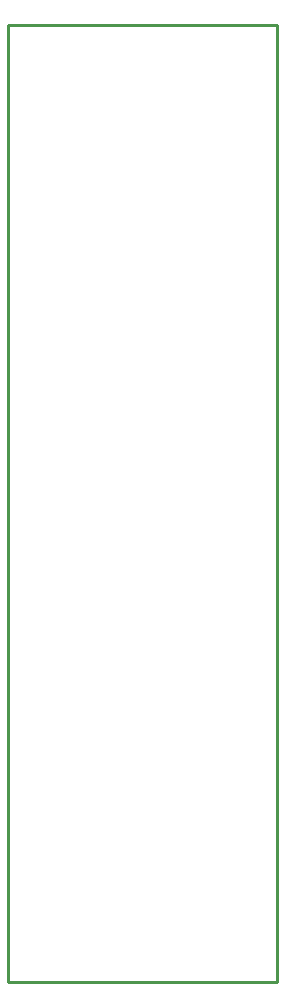
<source format=gm1>
%FSLAX25Y25*%
%MOIN*%
G70*
G01*
G75*
G04 Layer_Color=16711935*
%ADD10R,0.07874X0.03937*%
%ADD11R,0.03937X0.07874*%
%ADD12R,0.05906X0.03150*%
%ADD13R,0.03150X0.03937*%
%ADD14R,0.10000X0.05000*%
%ADD15R,0.04331X0.05512*%
%ADD16R,0.00787X0.03150*%
%ADD17R,0.03937X0.03937*%
%ADD18C,0.01575*%
%ADD19C,0.03150*%
%ADD20C,0.00886*%
%ADD21C,0.06693*%
%ADD22C,0.03937*%
%ADD23C,0.12795*%
%ADD24C,0.02362*%
%ADD25C,0.05000*%
%ADD26C,0.01000*%
%ADD27R,0.08674X0.04737*%
%ADD28R,0.04737X0.08674*%
%ADD29R,0.06706X0.03950*%
%ADD30R,0.03950X0.04737*%
%ADD31R,0.10800X0.05800*%
%ADD32R,0.05131X0.06312*%
%ADD33R,0.01587X0.03950*%
%ADD34R,0.04737X0.04737*%
%ADD35C,0.07493*%
%ADD36C,0.04737*%
%ADD37C,0.13595*%
%ADD38C,0.03162*%
%ADD39C,0.05800*%
D26*
X118110Y118110D02*
X207598D01*
X118110D02*
Y436850D01*
X207610Y118110D02*
Y436850D01*
X118110D02*
X207598D01*
M02*

</source>
